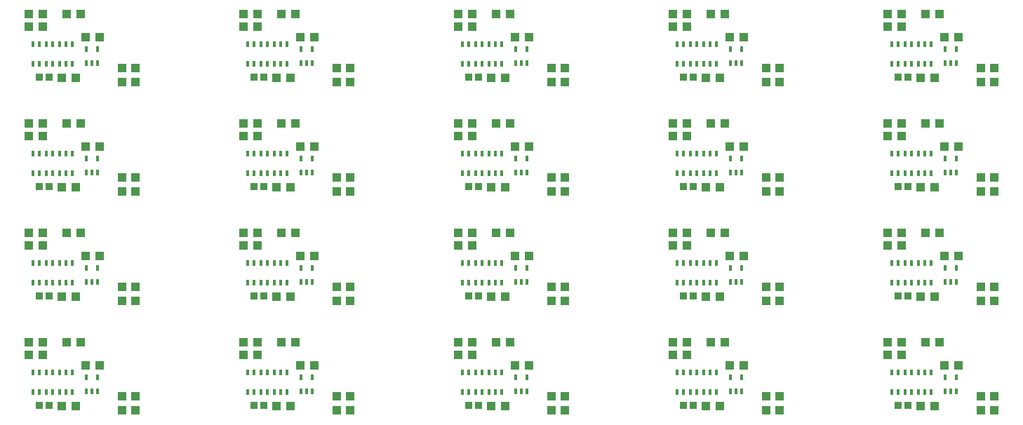
<source format=gbp>
G75*
%MOIN*%
%OFA0B0*%
%FSLAX25Y25*%
%IPPOS*%
%LPD*%
%AMOC8*
5,1,8,0,0,1.08239X$1,22.5*
%
%ADD10R,0.01575X0.02953*%
%ADD11R,0.01300X0.02700*%
%ADD12R,0.01378X0.02953*%
%ADD13R,0.04331X0.03937*%
%ADD14R,0.03346X0.03543*%
%ADD15R,0.03937X0.04331*%
D10*
X0094791Y0056998D03*
X0099909Y0056998D03*
X0196791Y0056998D03*
X0201909Y0056998D03*
X0298791Y0056998D03*
X0303909Y0056998D03*
X0400791Y0056998D03*
X0405909Y0056998D03*
X0502791Y0056998D03*
X0507909Y0056998D03*
X0507909Y0108998D03*
X0502791Y0108998D03*
X0405909Y0108998D03*
X0400791Y0108998D03*
X0303909Y0108998D03*
X0298791Y0108998D03*
X0201909Y0108998D03*
X0196791Y0108998D03*
X0099909Y0108998D03*
X0094791Y0108998D03*
X0094791Y0160998D03*
X0099909Y0160998D03*
X0196791Y0160998D03*
X0201909Y0160998D03*
X0298791Y0160998D03*
X0303909Y0160998D03*
X0400791Y0160998D03*
X0405909Y0160998D03*
X0502791Y0160998D03*
X0507909Y0160998D03*
X0507909Y0212998D03*
X0502791Y0212998D03*
X0405909Y0212998D03*
X0400791Y0212998D03*
X0303909Y0212998D03*
X0298791Y0212998D03*
X0201909Y0212998D03*
X0196791Y0212998D03*
X0099909Y0212998D03*
X0094791Y0212998D03*
D11*
X0094700Y0206500D03*
X0097350Y0206500D03*
X0100000Y0206500D03*
X0196700Y0206500D03*
X0199350Y0206500D03*
X0202000Y0206500D03*
X0298700Y0206500D03*
X0301350Y0206500D03*
X0304000Y0206500D03*
X0400700Y0206500D03*
X0403350Y0206500D03*
X0406000Y0206500D03*
X0502700Y0206500D03*
X0505350Y0206500D03*
X0508000Y0206500D03*
X0508000Y0154500D03*
X0505350Y0154500D03*
X0502700Y0154500D03*
X0406000Y0154500D03*
X0403350Y0154500D03*
X0400700Y0154500D03*
X0304000Y0154500D03*
X0301350Y0154500D03*
X0298700Y0154500D03*
X0202000Y0154500D03*
X0199350Y0154500D03*
X0196700Y0154500D03*
X0100000Y0154500D03*
X0097350Y0154500D03*
X0094700Y0154500D03*
X0094700Y0102500D03*
X0097350Y0102500D03*
X0100000Y0102500D03*
X0196700Y0102500D03*
X0199350Y0102500D03*
X0202000Y0102500D03*
X0298700Y0102500D03*
X0301350Y0102500D03*
X0304000Y0102500D03*
X0400700Y0102500D03*
X0403350Y0102500D03*
X0406000Y0102500D03*
X0502700Y0102500D03*
X0505350Y0102500D03*
X0508000Y0102500D03*
X0508000Y0050500D03*
X0505350Y0050500D03*
X0502700Y0050500D03*
X0406000Y0050500D03*
X0403350Y0050500D03*
X0400700Y0050500D03*
X0304000Y0050500D03*
X0301350Y0050500D03*
X0298700Y0050500D03*
X0202000Y0050500D03*
X0199350Y0050500D03*
X0196700Y0050500D03*
X0100000Y0050500D03*
X0097350Y0050500D03*
X0094700Y0050500D03*
D12*
X0088164Y0049996D03*
X0085015Y0049996D03*
X0081865Y0049996D03*
X0078715Y0049996D03*
X0075566Y0049996D03*
X0072416Y0049996D03*
X0069266Y0049996D03*
X0069266Y0059445D03*
X0072416Y0059445D03*
X0075566Y0059445D03*
X0078715Y0059445D03*
X0081865Y0059445D03*
X0085015Y0059445D03*
X0088164Y0059445D03*
X0171266Y0059445D03*
X0174416Y0059445D03*
X0177566Y0059445D03*
X0180715Y0059445D03*
X0183865Y0059445D03*
X0187015Y0059445D03*
X0190164Y0059445D03*
X0190164Y0049996D03*
X0187015Y0049996D03*
X0183865Y0049996D03*
X0180715Y0049996D03*
X0177566Y0049996D03*
X0174416Y0049996D03*
X0171266Y0049996D03*
X0273266Y0049996D03*
X0276416Y0049996D03*
X0279566Y0049996D03*
X0282715Y0049996D03*
X0285865Y0049996D03*
X0289015Y0049996D03*
X0292164Y0049996D03*
X0292164Y0059445D03*
X0289015Y0059445D03*
X0285865Y0059445D03*
X0282715Y0059445D03*
X0279566Y0059445D03*
X0276416Y0059445D03*
X0273266Y0059445D03*
X0273266Y0101996D03*
X0276416Y0101996D03*
X0279566Y0101996D03*
X0282715Y0101996D03*
X0285865Y0101996D03*
X0289015Y0101996D03*
X0292164Y0101996D03*
X0292164Y0111445D03*
X0289015Y0111445D03*
X0285865Y0111445D03*
X0282715Y0111445D03*
X0279566Y0111445D03*
X0276416Y0111445D03*
X0273266Y0111445D03*
X0190164Y0111445D03*
X0187015Y0111445D03*
X0183865Y0111445D03*
X0180715Y0111445D03*
X0177566Y0111445D03*
X0174416Y0111445D03*
X0171266Y0111445D03*
X0171266Y0101996D03*
X0174416Y0101996D03*
X0177566Y0101996D03*
X0180715Y0101996D03*
X0183865Y0101996D03*
X0187015Y0101996D03*
X0190164Y0101996D03*
X0088164Y0101996D03*
X0085015Y0101996D03*
X0081865Y0101996D03*
X0078715Y0101996D03*
X0075566Y0101996D03*
X0072416Y0101996D03*
X0069266Y0101996D03*
X0069266Y0111445D03*
X0072416Y0111445D03*
X0075566Y0111445D03*
X0078715Y0111445D03*
X0081865Y0111445D03*
X0085015Y0111445D03*
X0088164Y0111445D03*
X0088164Y0153996D03*
X0085015Y0153996D03*
X0081865Y0153996D03*
X0078715Y0153996D03*
X0075566Y0153996D03*
X0072416Y0153996D03*
X0069266Y0153996D03*
X0069266Y0163445D03*
X0072416Y0163445D03*
X0075566Y0163445D03*
X0078715Y0163445D03*
X0081865Y0163445D03*
X0085015Y0163445D03*
X0088164Y0163445D03*
X0171266Y0163445D03*
X0174416Y0163445D03*
X0177566Y0163445D03*
X0180715Y0163445D03*
X0183865Y0163445D03*
X0187015Y0163445D03*
X0190164Y0163445D03*
X0190164Y0153996D03*
X0187015Y0153996D03*
X0183865Y0153996D03*
X0180715Y0153996D03*
X0177566Y0153996D03*
X0174416Y0153996D03*
X0171266Y0153996D03*
X0273266Y0153996D03*
X0276416Y0153996D03*
X0279566Y0153996D03*
X0282715Y0153996D03*
X0285865Y0153996D03*
X0289015Y0153996D03*
X0292164Y0153996D03*
X0292164Y0163445D03*
X0289015Y0163445D03*
X0285865Y0163445D03*
X0282715Y0163445D03*
X0279566Y0163445D03*
X0276416Y0163445D03*
X0273266Y0163445D03*
X0273266Y0205996D03*
X0276416Y0205996D03*
X0279566Y0205996D03*
X0282715Y0205996D03*
X0285865Y0205996D03*
X0289015Y0205996D03*
X0292164Y0205996D03*
X0292164Y0215445D03*
X0289015Y0215445D03*
X0285865Y0215445D03*
X0282715Y0215445D03*
X0279566Y0215445D03*
X0276416Y0215445D03*
X0273266Y0215445D03*
X0190164Y0215445D03*
X0187015Y0215445D03*
X0183865Y0215445D03*
X0180715Y0215445D03*
X0177566Y0215445D03*
X0174416Y0215445D03*
X0171266Y0215445D03*
X0171266Y0205996D03*
X0174416Y0205996D03*
X0177566Y0205996D03*
X0180715Y0205996D03*
X0183865Y0205996D03*
X0187015Y0205996D03*
X0190164Y0205996D03*
X0088164Y0205996D03*
X0085015Y0205996D03*
X0081865Y0205996D03*
X0078715Y0205996D03*
X0075566Y0205996D03*
X0072416Y0205996D03*
X0069266Y0205996D03*
X0069266Y0215445D03*
X0072416Y0215445D03*
X0075566Y0215445D03*
X0078715Y0215445D03*
X0081865Y0215445D03*
X0085015Y0215445D03*
X0088164Y0215445D03*
X0375266Y0215445D03*
X0378416Y0215445D03*
X0381566Y0215445D03*
X0384715Y0215445D03*
X0387865Y0215445D03*
X0391015Y0215445D03*
X0394164Y0215445D03*
X0394164Y0205996D03*
X0391015Y0205996D03*
X0387865Y0205996D03*
X0384715Y0205996D03*
X0381566Y0205996D03*
X0378416Y0205996D03*
X0375266Y0205996D03*
X0375266Y0163445D03*
X0378416Y0163445D03*
X0381566Y0163445D03*
X0384715Y0163445D03*
X0387865Y0163445D03*
X0391015Y0163445D03*
X0394164Y0163445D03*
X0394164Y0153996D03*
X0391015Y0153996D03*
X0387865Y0153996D03*
X0384715Y0153996D03*
X0381566Y0153996D03*
X0378416Y0153996D03*
X0375266Y0153996D03*
X0375266Y0111445D03*
X0378416Y0111445D03*
X0381566Y0111445D03*
X0384715Y0111445D03*
X0387865Y0111445D03*
X0391015Y0111445D03*
X0394164Y0111445D03*
X0394164Y0101996D03*
X0391015Y0101996D03*
X0387865Y0101996D03*
X0384715Y0101996D03*
X0381566Y0101996D03*
X0378416Y0101996D03*
X0375266Y0101996D03*
X0375266Y0059445D03*
X0378416Y0059445D03*
X0381566Y0059445D03*
X0384715Y0059445D03*
X0387865Y0059445D03*
X0391015Y0059445D03*
X0394164Y0059445D03*
X0394164Y0049996D03*
X0391015Y0049996D03*
X0387865Y0049996D03*
X0384715Y0049996D03*
X0381566Y0049996D03*
X0378416Y0049996D03*
X0375266Y0049996D03*
X0477266Y0049996D03*
X0480416Y0049996D03*
X0483566Y0049996D03*
X0486715Y0049996D03*
X0489865Y0049996D03*
X0493015Y0049996D03*
X0496164Y0049996D03*
X0496164Y0059445D03*
X0493015Y0059445D03*
X0489865Y0059445D03*
X0486715Y0059445D03*
X0483566Y0059445D03*
X0480416Y0059445D03*
X0477266Y0059445D03*
X0477266Y0101996D03*
X0480416Y0101996D03*
X0483566Y0101996D03*
X0486715Y0101996D03*
X0489865Y0101996D03*
X0493015Y0101996D03*
X0496164Y0101996D03*
X0496164Y0111445D03*
X0493015Y0111445D03*
X0489865Y0111445D03*
X0486715Y0111445D03*
X0483566Y0111445D03*
X0480416Y0111445D03*
X0477266Y0111445D03*
X0477266Y0153996D03*
X0480416Y0153996D03*
X0483566Y0153996D03*
X0486715Y0153996D03*
X0489865Y0153996D03*
X0493015Y0153996D03*
X0496164Y0153996D03*
X0496164Y0163445D03*
X0493015Y0163445D03*
X0489865Y0163445D03*
X0486715Y0163445D03*
X0483566Y0163445D03*
X0480416Y0163445D03*
X0477266Y0163445D03*
X0477266Y0205996D03*
X0480416Y0205996D03*
X0483566Y0205996D03*
X0486715Y0205996D03*
X0489865Y0205996D03*
X0493015Y0205996D03*
X0496164Y0205996D03*
X0496164Y0215445D03*
X0493015Y0215445D03*
X0489865Y0215445D03*
X0486715Y0215445D03*
X0483566Y0215445D03*
X0480416Y0215445D03*
X0477266Y0215445D03*
D13*
X0475404Y0223750D03*
X0482096Y0223750D03*
X0482096Y0229750D03*
X0475404Y0229750D03*
X0493404Y0229750D03*
X0500096Y0229750D03*
X0502404Y0218750D03*
X0509096Y0218750D03*
X0497666Y0199560D03*
X0490974Y0199560D03*
X0493404Y0177750D03*
X0500096Y0177750D03*
X0482096Y0177750D03*
X0475404Y0177750D03*
X0475404Y0171750D03*
X0482096Y0171750D03*
X0502404Y0166750D03*
X0509096Y0166750D03*
X0497666Y0147560D03*
X0490974Y0147560D03*
X0493404Y0125750D03*
X0500096Y0125750D03*
X0482096Y0125750D03*
X0475404Y0125750D03*
X0475404Y0119750D03*
X0482096Y0119750D03*
X0502404Y0114750D03*
X0509096Y0114750D03*
X0497666Y0095560D03*
X0490974Y0095560D03*
X0493404Y0073750D03*
X0500096Y0073750D03*
X0482096Y0073750D03*
X0475404Y0073750D03*
X0475404Y0067750D03*
X0482096Y0067750D03*
X0502404Y0062750D03*
X0509096Y0062750D03*
X0497666Y0043560D03*
X0490974Y0043560D03*
X0407096Y0062750D03*
X0400404Y0062750D03*
X0380096Y0067750D03*
X0373404Y0067750D03*
X0373404Y0073750D03*
X0380096Y0073750D03*
X0391404Y0073750D03*
X0398096Y0073750D03*
X0395666Y0095560D03*
X0388974Y0095560D03*
X0400404Y0114750D03*
X0407096Y0114750D03*
X0398096Y0125750D03*
X0391404Y0125750D03*
X0380096Y0125750D03*
X0373404Y0125750D03*
X0373404Y0119750D03*
X0380096Y0119750D03*
X0388974Y0147560D03*
X0395666Y0147560D03*
X0400404Y0166750D03*
X0407096Y0166750D03*
X0398096Y0177750D03*
X0391404Y0177750D03*
X0380096Y0177750D03*
X0373404Y0177750D03*
X0373404Y0171750D03*
X0380096Y0171750D03*
X0388974Y0199560D03*
X0395666Y0199560D03*
X0400404Y0218750D03*
X0407096Y0218750D03*
X0398096Y0229750D03*
X0391404Y0229750D03*
X0380096Y0229750D03*
X0373404Y0229750D03*
X0373404Y0223750D03*
X0380096Y0223750D03*
X0305096Y0218750D03*
X0298404Y0218750D03*
X0296096Y0229750D03*
X0289404Y0229750D03*
X0278096Y0229750D03*
X0271404Y0229750D03*
X0271404Y0223750D03*
X0278096Y0223750D03*
X0286974Y0199560D03*
X0293666Y0199560D03*
X0296096Y0177750D03*
X0289404Y0177750D03*
X0278096Y0177750D03*
X0271404Y0177750D03*
X0271404Y0171750D03*
X0278096Y0171750D03*
X0298404Y0166750D03*
X0305096Y0166750D03*
X0293666Y0147560D03*
X0286974Y0147560D03*
X0289404Y0125750D03*
X0296096Y0125750D03*
X0278096Y0125750D03*
X0271404Y0125750D03*
X0271404Y0119750D03*
X0278096Y0119750D03*
X0298404Y0114750D03*
X0305096Y0114750D03*
X0293666Y0095560D03*
X0286974Y0095560D03*
X0289404Y0073750D03*
X0296096Y0073750D03*
X0278096Y0073750D03*
X0271404Y0073750D03*
X0271404Y0067750D03*
X0278096Y0067750D03*
X0298404Y0062750D03*
X0305096Y0062750D03*
X0293666Y0043560D03*
X0286974Y0043560D03*
X0203096Y0062750D03*
X0196404Y0062750D03*
X0176096Y0067750D03*
X0169404Y0067750D03*
X0169404Y0073750D03*
X0176096Y0073750D03*
X0187404Y0073750D03*
X0194096Y0073750D03*
X0191666Y0095560D03*
X0184974Y0095560D03*
X0196404Y0114750D03*
X0203096Y0114750D03*
X0194096Y0125750D03*
X0187404Y0125750D03*
X0176096Y0125750D03*
X0169404Y0125750D03*
X0169404Y0119750D03*
X0176096Y0119750D03*
X0184974Y0147560D03*
X0191666Y0147560D03*
X0196404Y0166750D03*
X0203096Y0166750D03*
X0194096Y0177750D03*
X0187404Y0177750D03*
X0176096Y0177750D03*
X0169404Y0177750D03*
X0169404Y0171750D03*
X0176096Y0171750D03*
X0184974Y0199560D03*
X0191666Y0199560D03*
X0196404Y0218750D03*
X0203096Y0218750D03*
X0194096Y0229750D03*
X0187404Y0229750D03*
X0176096Y0229750D03*
X0169404Y0229750D03*
X0169404Y0223750D03*
X0176096Y0223750D03*
X0101096Y0218750D03*
X0094404Y0218750D03*
X0092096Y0229750D03*
X0085404Y0229750D03*
X0074096Y0229750D03*
X0067404Y0229750D03*
X0067404Y0223750D03*
X0074096Y0223750D03*
X0082974Y0199560D03*
X0089666Y0199560D03*
X0092096Y0177750D03*
X0085404Y0177750D03*
X0074096Y0177750D03*
X0067404Y0177750D03*
X0067404Y0171750D03*
X0074096Y0171750D03*
X0094404Y0166750D03*
X0101096Y0166750D03*
X0089666Y0147560D03*
X0082974Y0147560D03*
X0085404Y0125750D03*
X0092096Y0125750D03*
X0074096Y0125750D03*
X0067404Y0125750D03*
X0067404Y0119750D03*
X0074096Y0119750D03*
X0094404Y0114750D03*
X0101096Y0114750D03*
X0089666Y0095560D03*
X0082974Y0095560D03*
X0085404Y0073750D03*
X0092096Y0073750D03*
X0074096Y0073750D03*
X0067404Y0073750D03*
X0067404Y0067750D03*
X0074096Y0067750D03*
X0094404Y0062750D03*
X0101096Y0062750D03*
X0089666Y0043560D03*
X0082974Y0043560D03*
X0184974Y0043560D03*
X0191666Y0043560D03*
X0388974Y0043560D03*
X0395666Y0043560D03*
D14*
X0072467Y0043750D03*
X0077033Y0043750D03*
X0174467Y0043750D03*
X0179033Y0043750D03*
X0276467Y0043750D03*
X0281033Y0043750D03*
X0378467Y0043750D03*
X0383033Y0043750D03*
X0480467Y0043750D03*
X0485033Y0043750D03*
X0485033Y0095750D03*
X0480467Y0095750D03*
X0383033Y0095750D03*
X0378467Y0095750D03*
X0281033Y0095750D03*
X0276467Y0095750D03*
X0179033Y0095750D03*
X0174467Y0095750D03*
X0077033Y0095750D03*
X0072467Y0095750D03*
X0072467Y0147750D03*
X0077033Y0147750D03*
X0174467Y0147750D03*
X0179033Y0147750D03*
X0276467Y0147750D03*
X0281033Y0147750D03*
X0378467Y0147750D03*
X0383033Y0147750D03*
X0480467Y0147750D03*
X0485033Y0147750D03*
X0485033Y0199750D03*
X0480467Y0199750D03*
X0383033Y0199750D03*
X0378467Y0199750D03*
X0281033Y0199750D03*
X0276467Y0199750D03*
X0179033Y0199750D03*
X0174467Y0199750D03*
X0077033Y0199750D03*
X0072467Y0199750D03*
D15*
X0111650Y0197404D03*
X0118050Y0197404D03*
X0118050Y0204096D03*
X0111650Y0204096D03*
X0213650Y0204096D03*
X0220050Y0204096D03*
X0220050Y0197404D03*
X0213650Y0197404D03*
X0213650Y0152096D03*
X0220050Y0152096D03*
X0220050Y0145404D03*
X0213650Y0145404D03*
X0213650Y0100096D03*
X0220050Y0100096D03*
X0220050Y0093404D03*
X0213650Y0093404D03*
X0213650Y0048096D03*
X0220050Y0048096D03*
X0220050Y0041404D03*
X0213650Y0041404D03*
X0118050Y0041404D03*
X0111650Y0041404D03*
X0111650Y0048096D03*
X0118050Y0048096D03*
X0118050Y0093404D03*
X0111650Y0093404D03*
X0111650Y0100096D03*
X0118050Y0100096D03*
X0118050Y0145404D03*
X0111650Y0145404D03*
X0111650Y0152096D03*
X0118050Y0152096D03*
X0315650Y0152096D03*
X0322050Y0152096D03*
X0322050Y0145404D03*
X0315650Y0145404D03*
X0315650Y0100096D03*
X0322050Y0100096D03*
X0322050Y0093404D03*
X0315650Y0093404D03*
X0315650Y0048096D03*
X0322050Y0048096D03*
X0322050Y0041404D03*
X0315650Y0041404D03*
X0417650Y0041404D03*
X0424050Y0041404D03*
X0424050Y0048096D03*
X0417650Y0048096D03*
X0417650Y0093404D03*
X0424050Y0093404D03*
X0424050Y0100096D03*
X0417650Y0100096D03*
X0417650Y0145404D03*
X0424050Y0145404D03*
X0424050Y0152096D03*
X0417650Y0152096D03*
X0417650Y0197404D03*
X0424050Y0197404D03*
X0424050Y0204096D03*
X0417650Y0204096D03*
X0322050Y0204096D03*
X0315650Y0204096D03*
X0315650Y0197404D03*
X0322050Y0197404D03*
X0519650Y0197404D03*
X0526050Y0197404D03*
X0526050Y0204096D03*
X0519650Y0204096D03*
X0519650Y0152096D03*
X0526050Y0152096D03*
X0526050Y0145404D03*
X0519650Y0145404D03*
X0519650Y0100096D03*
X0526050Y0100096D03*
X0526050Y0093404D03*
X0519650Y0093404D03*
X0519650Y0048096D03*
X0526050Y0048096D03*
X0526050Y0041404D03*
X0519650Y0041404D03*
M02*

</source>
